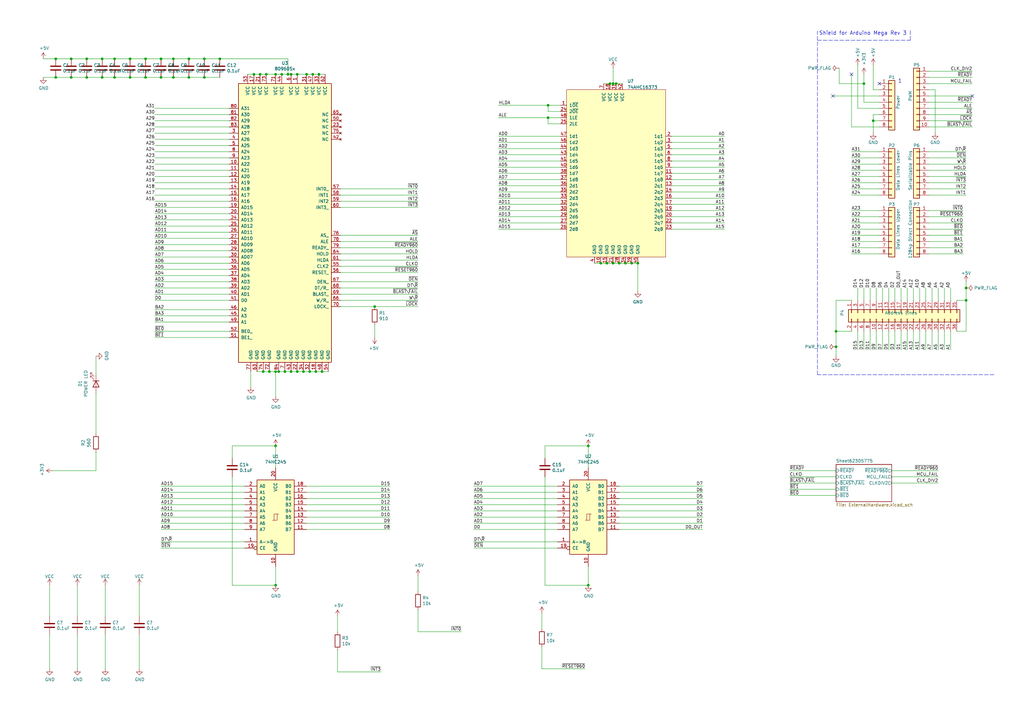
<source format=kicad_sch>
(kicad_sch (version 20211123) (generator eeschema)
  (paper "A3")
  (title_block (title "i960Sx Mega Shield Without direct connection to a mega") (date "2021-10-20") (rev "2") (company "Joshua Scoggins") (comment 1 "No Serialization Hardware") (comment 2 "Synchronization Hardware included"))
  (junction (at 259.08 107.95))
  (junction (at 127 152.4))
  (junction (at 109.22 30.48))
  (junction (at 53.34 31.75))
  (junction (at 66.04 31.75))
  (junction (at 41.91 24.13))
  (junction (at 121.92 152.4))
  (junction (at 46.99 31.75))
  (junction (at 116.84 152.4))
  (junction (at 77.47 31.75))
  (junction (at 252.73 34.29))
  (junction (at 241.3 182.88))
  (junction (at 396.24 118.11))
  (junction (at 125.73 30.48))
  (junction (at 71.12 24.13))
  (junction (at 241.3 240.03))
  (junction (at 254 107.95))
  (junction (at 250.19 34.29))
  (junction (at 130.81 30.48))
  (junction (at 113.03 240.03))
  (junction (at 224.79 48.26))
  (junction (at 35.56 31.75))
  (junction (at 248.92 107.95))
  (junction (at 118.11 30.48))
  (junction (at 224.79 43.18))
  (junction (at 119.38 152.4))
  (junction (at 354.33 34.29))
  (junction (at 342.9 142.24))
  (junction (at 110.49 152.4))
  (junction (at 106.68 30.48))
  (junction (at 113.03 152.4))
  (junction (at 107.95 152.4))
  (junction (at 342.9 135.89))
  (junction (at 53.34 24.13))
  (junction (at 128.27 30.48))
  (junction (at 71.12 31.75))
  (junction (at 59.69 24.13))
  (junction (at 22.86 31.75))
  (junction (at 113.03 182.88))
  (junction (at 41.91 31.75))
  (junction (at 124.46 152.4))
  (junction (at 119.38 30.48))
  (junction (at 113.03 30.48))
  (junction (at 104.14 30.48))
  (junction (at 256.54 107.95))
  (junction (at 66.04 24.13))
  (junction (at 90.17 24.13))
  (junction (at 121.92 30.48))
  (junction (at 22.86 24.13))
  (junction (at 132.08 152.4))
  (junction (at 46.99 24.13))
  (junction (at 115.57 30.48))
  (junction (at 129.54 152.4))
  (junction (at 35.56 24.13))
  (junction (at 153.67 125.73))
  (junction (at 59.69 31.75))
  (junction (at 83.82 24.13))
  (junction (at 251.46 34.29))
  (junction (at 29.21 31.75))
  (junction (at 114.3 152.4))
  (junction (at 358.14 49.53))
  (junction (at 83.82 31.75))
  (junction (at 77.47 24.13))
  (junction (at 261.62 107.95))
  (junction (at 246.38 107.95))
  (junction (at 29.21 24.13))
  (junction (at 251.46 107.95))
  (junction (at 396.24 123.19))
  (no_connect (at 349.25 30.48))
  (no_connect (at 398.78 39.37))
  (no_connect (at 341.63 39.37))
  (no_connect (at 360.68 34.29))
  (wire (pts (xy 381 46.99) (xy 398.78 46.99)))
  (wire (pts (xy 360.68 69.85) (xy 349.25 69.85)))
  (wire (pts (xy 381 74.93) (xy 396.24 74.93)))
  (wire (pts (xy 358.14 26.67) (xy 358.14 36.83)))
  (wire (pts (xy 381 44.45) (xy 398.78 44.45)))
  (wire (pts (xy 228.6 207.01) (xy 194.31 207.01)))
  (wire (pts (xy 100.33 199.39) (xy 66.04 199.39)))
  (wire (pts (xy 381 72.39) (xy 396.24 72.39)))
  (wire (pts (xy 63.5 67.31) (xy 93.98 67.31)))
  (wire (pts (xy 367.03 123.19) (xy 367.03 118.11)))
  (wire (pts (xy 228.6 222.25) (xy 194.31 222.25)))
  (wire (pts (xy 59.69 31.75) (xy 53.34 31.75)))
  (wire (pts (xy 63.5 132.08) (xy 93.98 132.08)))
  (wire (pts (xy 381 34.29) (xy 398.78 34.29)))
  (wire (pts (xy 107.95 152.4) (xy 110.49 152.4)))
  (wire (pts (xy 349.25 77.47) (xy 360.68 77.47)))
  (wire (pts (xy 204.47 73.66) (xy 229.87 73.66)))
  (wire (pts (xy 389.89 135.89) (xy 389.89 143.51)))
  (wire (pts (xy 93.98 69.85) (xy 63.5 69.85)))
  (wire (pts (xy 29.21 31.75) (xy 22.86 31.75)))
  (wire (pts (xy 93.98 80.01) (xy 63.5 80.01)))
  (wire (pts (xy 381 39.37) (xy 398.78 39.37)))
  (wire (pts (xy 360.68 88.9) (xy 349.25 88.9)))
  (polyline (pts (xy 373.38 16.51) (xy 373.38 12.065)))
  (wire (pts (xy 171.45 242.57) (xy 171.45 236.22)))
  (wire (pts (xy 63.5 118.11) (xy 93.98 118.11)))
  (wire (pts (xy 387.35 135.89) (xy 387.35 143.51)))
  (wire (pts (xy 139.7 99.06) (xy 171.45 99.06)))
  (wire (pts (xy 275.59 66.04) (xy 297.18 66.04)))
  (wire (pts (xy 275.59 91.44) (xy 297.18 91.44)))
  (wire (pts (xy 121.92 30.48) (xy 125.73 30.48)))
  (wire (pts (xy 396.24 115.57) (xy 396.24 118.11)))
  (wire (pts (xy 43.18 252.73) (xy 43.18 240.03)))
  (wire (pts (xy 360.68 93.98) (xy 349.25 93.98)))
  (wire (pts (xy 63.5 107.95) (xy 93.98 107.95)))
  (wire (pts (xy 275.59 73.66) (xy 297.18 73.66)))
  (wire (pts (xy 204.47 60.96) (xy 229.87 60.96)))
  (wire (pts (xy 77.47 24.13) (xy 71.12 24.13)))
  (wire (pts (xy 132.08 152.4) (xy 134.62 152.4)))
  (wire (pts (xy 381 99.06) (xy 394.97 99.06)))
  (wire (pts (xy 381 101.6) (xy 394.97 101.6)))
  (wire (pts (xy 354.33 41.91) (xy 360.68 41.91)))
  (wire (pts (xy 138.43 266.7) (xy 138.43 275.59)))
  (wire (pts (xy 160.02 217.17) (xy 125.73 217.17)))
  (wire (pts (xy 383.54 36.83) (xy 381 36.83)))
  (wire (pts (xy 35.56 24.13) (xy 41.91 24.13)))
  (wire (pts (xy 251.46 107.95) (xy 254 107.95)))
  (wire (pts (xy 118.11 24.13) (xy 90.17 24.13)))
  (wire (pts (xy 369.57 135.89) (xy 369.57 143.51)))
  (wire (pts (xy 374.65 123.19) (xy 374.65 118.11)))
  (wire (pts (xy 381 69.85) (xy 396.24 69.85)))
  (wire (pts (xy 349.25 67.31) (xy 360.68 67.31)))
  (wire (pts (xy 275.59 71.12) (xy 297.18 71.12)))
  (wire (pts (xy 93.98 59.69) (xy 63.5 59.69)))
  (wire (pts (xy 381 67.31) (xy 396.24 67.31)))
  (wire (pts (xy 116.84 152.4) (xy 119.38 152.4)))
  (wire (pts (xy 204.47 93.98) (xy 229.87 93.98)))
  (wire (pts (xy 139.7 85.09) (xy 171.45 85.09)))
  (wire (pts (xy 365.76 198.12) (xy 384.81 198.12)))
  (wire (pts (xy 160.02 199.39) (xy 125.73 199.39)))
  (wire (pts (xy 246.38 107.95) (xy 248.92 107.95)))
  (wire (pts (xy 275.59 83.82) (xy 297.18 83.82)))
  (wire (pts (xy 360.68 74.93) (xy 349.25 74.93)))
  (polyline (pts (xy 335.28 153.67) (xy 335.28 12.7)))
  (wire (pts (xy 251.46 34.29) (xy 252.73 34.29)))
  (wire (pts (xy 358.14 46.99) (xy 358.14 49.53)))
  (wire (pts (xy 63.5 77.47) (xy 93.98 77.47)))
  (wire (pts (xy 367.03 135.89) (xy 367.03 143.51)))
  (wire (pts (xy 41.91 31.75) (xy 35.56 31.75)))
  (wire (pts (xy 95.25 240.03) (xy 113.03 240.03)))
  (wire (pts (xy 342.9 203.2) (xy 323.85 203.2)))
  (wire (pts (xy 93.98 85.09) (xy 63.5 85.09)))
  (wire (pts (xy 29.21 24.13) (xy 35.56 24.13)))
  (wire (pts (xy 139.7 80.01) (xy 171.45 80.01)))
  (wire (pts (xy 381 104.14) (xy 394.97 104.14)))
  (wire (pts (xy 224.79 45.72) (xy 224.79 43.18)))
  (wire (pts (xy 22.86 24.13) (xy 29.21 24.13)))
  (wire (pts (xy 342.9 142.24) (xy 342.9 146.05)))
  (wire (pts (xy 83.82 31.75) (xy 77.47 31.75)))
  (wire (pts (xy 160.02 212.09) (xy 125.73 212.09)))
  (wire (pts (xy 360.68 99.06) (xy 349.25 99.06)))
  (wire (pts (xy 381 86.36) (xy 394.97 86.36)))
  (wire (pts (xy 360.68 46.99) (xy 358.14 46.99)))
  (wire (pts (xy 354.33 123.19) (xy 354.33 118.11)))
  (wire (pts (xy 384.81 195.58) (xy 365.76 195.58)))
  (wire (pts (xy 63.5 87.63) (xy 93.98 87.63)))
  (wire (pts (xy 95.25 182.88) (xy 95.25 187.96)))
  (wire (pts (xy 77.47 31.75) (xy 71.12 31.75)))
  (wire (pts (xy 63.5 102.87) (xy 93.98 102.87)))
  (wire (pts (xy 63.5 57.15) (xy 93.98 57.15)))
  (wire (pts (xy 139.7 111.76) (xy 171.45 111.76)))
  (wire (pts (xy 138.43 259.08) (xy 138.43 252.73)))
  (wire (pts (xy 360.68 64.77) (xy 349.25 64.77)))
  (wire (pts (xy 349.25 62.23) (xy 360.68 62.23)))
  (wire (pts (xy 381 29.21) (xy 398.78 29.21)))
  (wire (pts (xy 127 152.4) (xy 129.54 152.4)))
  (wire (pts (xy 93.98 120.65) (xy 63.5 120.65)))
  (wire (pts (xy 93.98 110.49) (xy 63.5 110.49)))
  (wire (pts (xy 381 31.75) (xy 398.78 31.75)))
  (wire (pts (xy 275.59 76.2) (xy 297.18 76.2)))
  (wire (pts (xy 382.27 123.19) (xy 382.27 118.11)))
  (wire (pts (xy 204.47 83.82) (xy 229.87 83.82)))
  (wire (pts (xy 90.17 31.75) (xy 83.82 31.75)))
  (wire (pts (xy 384.81 123.19) (xy 384.81 118.11)))
  (wire (pts (xy 93.98 49.53) (xy 63.5 49.53)))
  (wire (pts (xy 113.03 30.48) (xy 115.57 30.48)))
  (wire (pts (xy 63.5 62.23) (xy 93.98 62.23)))
  (wire (pts (xy 381 91.44) (xy 394.97 91.44)))
  (wire (pts (xy 288.29 212.09) (xy 254 212.09)))
  (wire (pts (xy 139.7 120.65) (xy 171.45 120.65)))
  (wire (pts (xy 139.7 115.57) (xy 171.45 115.57)))
  (wire (pts (xy 124.46 152.4) (xy 127 152.4)))
  (wire (pts (xy 241.3 182.88) (xy 223.52 182.88)))
  (wire (pts (xy 261.62 107.95) (xy 261.62 119.38)))
  (wire (pts (xy 275.59 81.28) (xy 297.18 81.28)))
  (wire (pts (xy 288.29 207.01) (xy 254 207.01)))
  (wire (pts (xy 71.12 31.75) (xy 66.04 31.75)))
  (wire (pts (xy 204.47 91.44) (xy 229.87 91.44)))
  (wire (pts (xy 138.43 275.59) (xy 156.21 275.59)))
  (wire (pts (xy 63.5 52.07) (xy 93.98 52.07)))
  (wire (pts (xy 129.54 152.4) (xy 132.08 152.4)))
  (wire (pts (xy 139.7 101.6) (xy 171.45 101.6)))
  (wire (pts (xy 351.79 135.89) (xy 351.79 143.51)))
  (wire (pts (xy 204.47 43.18) (xy 224.79 43.18)))
  (wire (pts (xy 160.02 214.63) (xy 125.73 214.63)))
  (wire (pts (xy 139.7 104.14) (xy 171.45 104.14)))
  (wire (pts (xy 93.98 105.41) (xy 63.5 105.41)))
  (wire (pts (xy 153.67 125.73) (xy 171.45 125.73)))
  (wire (pts (xy 241.3 240.03) (xy 241.3 232.41)))
  (wire (pts (xy 53.34 31.75) (xy 46.99 31.75)))
  (wire (pts (xy 160.02 204.47) (xy 125.73 204.47)))
  (wire (pts (xy 349.25 52.07) (xy 349.25 30.48)))
  (wire (pts (xy 100.33 201.93) (xy 66.04 201.93)))
  (wire (pts (xy 102.87 152.4) (xy 102.87 158.75)))
  (wire (pts (xy 160.02 209.55) (xy 125.73 209.55)))
  (wire (pts (xy 113.03 152.4) (xy 114.3 152.4)))
  (wire (pts (xy 63.5 129.54) (xy 93.98 129.54)))
  (wire (pts (xy 381 62.23) (xy 396.24 62.23)))
  (wire (pts (xy 100.33 204.47) (xy 66.04 204.47)))
  (wire (pts (xy 381 49.53) (xy 398.78 49.53)))
  (wire (pts (xy 288.29 199.39) (xy 254 199.39)))
  (wire (pts (xy 63.5 127) (xy 93.98 127)))
  (wire (pts (xy 63.5 113.03) (xy 93.98 113.03)))
  (wire (pts (xy 100.33 222.25) (xy 66.04 222.25)))
  (wire (pts (xy 251.46 34.29) (xy 251.46 27.94)))
  (wire (pts (xy 275.59 86.36) (xy 297.18 86.36)))
  (wire (pts (xy 139.7 96.52) (xy 171.45 96.52)))
  (wire (pts (xy 248.92 107.95) (xy 251.46 107.95)))
  (wire (pts (xy 119.38 30.48) (xy 121.92 30.48)))
  (wire (pts (xy 139.7 123.19) (xy 171.45 123.19)))
  (wire (pts (xy 95.25 195.58) (xy 95.25 240.03)))
  (wire (pts (xy 204.47 48.26) (xy 224.79 48.26)))
  (wire (pts (xy 344.17 34.29) (xy 354.33 34.29)))
  (wire (pts (xy 204.47 88.9) (xy 229.87 88.9)))
  (wire (pts (xy 204.47 66.04) (xy 229.87 66.04)))
  (wire (pts (xy 349.25 96.52) (xy 360.68 96.52)))
  (wire (pts (xy 106.68 30.48) (xy 109.22 30.48)))
  (wire (pts (xy 364.49 135.89) (xy 364.49 143.51)))
  (wire (pts (xy 160.02 201.93) (xy 125.73 201.93)))
  (wire (pts (xy 377.19 135.89) (xy 377.19 143.51)))
  (wire (pts (xy 349.25 123.19) (xy 342.9 123.19)))
  (wire (pts (xy 46.99 24.13) (xy 53.34 24.13)))
  (wire (pts (xy 100.33 212.09) (xy 66.04 212.09)))
  (wire (pts (xy 204.47 58.42) (xy 229.87 58.42)))
  (wire (pts (xy 351.79 26.67) (xy 351.79 44.45)))
  (wire (pts (xy 160.02 207.01) (xy 125.73 207.01)))
  (wire (pts (xy 115.57 30.48) (xy 118.11 30.48)))
  (wire (pts (xy 228.6 209.55) (xy 194.31 209.55)))
  (wire (pts (xy 204.47 55.88) (xy 229.87 55.88)))
  (wire (pts (xy 341.63 39.37) (xy 360.68 39.37)))
  (wire (pts (xy 389.89 123.19) (xy 389.89 118.11)))
  (wire (pts (xy 342.9 135.89) (xy 342.9 142.24)))
  (wire (pts (xy 381 88.9) (xy 394.97 88.9)))
  (wire (pts (xy 57.15 260.35) (xy 57.15 274.32)))
  (wire (pts (xy 100.33 207.01) (xy 66.04 207.01)))
  (wire (pts (xy 259.08 107.95) (xy 261.62 107.95)))
  (wire (pts (xy 288.29 217.17) (xy 254 217.17)))
  (wire (pts (xy 349.25 101.6) (xy 360.68 101.6)))
  (wire (pts (xy 396.24 118.11) (xy 396.24 123.19)))
  (wire (pts (xy 288.29 209.55) (xy 254 209.55)))
  (wire (pts (xy 275.59 55.88) (xy 297.18 55.88)))
  (wire (pts (xy 243.84 107.95) (xy 246.38 107.95)))
  (wire (pts (xy 63.5 92.71) (xy 93.98 92.71)))
  (wire (pts (xy 125.73 30.48) (xy 128.27 30.48)))
  (wire (pts (xy 100.33 209.55) (xy 66.04 209.55)))
  (wire (pts (xy 360.68 36.83) (xy 358.14 36.83)))
  (wire (pts (xy 83.82 24.13) (xy 77.47 24.13)))
  (wire (pts (xy 360.68 52.07) (xy 349.25 52.07)))
  (wire (pts (xy 17.78 24.13) (xy 22.86 24.13)))
  (wire (pts (xy 222.25 265.43) (xy 222.25 274.32)))
  (wire (pts (xy 275.59 58.42) (xy 297.18 58.42)))
  (wire (pts (xy 93.98 115.57) (xy 63.5 115.57)))
  (wire (pts (xy 46.99 31.75) (xy 41.91 31.75)))
  (wire (pts (xy 90.17 24.13) (xy 83.82 24.13)))
  (wire (pts (xy 228.6 214.63) (xy 194.31 214.63)))
  (wire (pts (xy 372.11 135.89) (xy 372.11 143.51)))
  (wire (pts (xy 171.45 250.19) (xy 171.45 259.08)))
  (wire (pts (xy 381 41.91) (xy 398.78 41.91)))
  (wire (pts (xy 100.33 217.17) (xy 66.04 217.17)))
  (wire (pts (xy 275.59 68.58) (xy 297.18 68.58)))
  (wire (pts (xy 342.9 198.12) (xy 323.85 198.12)))
  (wire (pts (xy 359.41 123.19) (xy 359.41 118.11)))
  (wire (pts (xy 379.73 123.19) (xy 379.73 118.11)))
  (wire (pts (xy 93.98 95.25) (xy 63.5 95.25)))
  (wire (pts (xy 93.98 54.61) (xy 63.5 54.61)))
  (wire (pts (xy 31.75 260.35) (xy 31.75 274.32)))
  (wire (pts (xy 222.25 257.81) (xy 222.25 251.46)))
  (wire (pts (xy 101.6 30.48) (xy 104.14 30.48)))
  (wire (pts (xy 113.03 152.4) (xy 113.03 162.56)))
  (wire (pts (xy 360.68 49.53) (xy 358.14 49.53)))
  (wire (pts (xy 114.3 152.4) (xy 116.84 152.4)))
  (wire (pts (xy 171.45 259.08) (xy 189.23 259.08)))
  (wire (pts (xy 113.03 191.77) (xy 113.03 182.88)))
  (wire (pts (xy 204.47 81.28) (xy 229.87 81.28)))
  (wire (pts (xy 204.47 78.74) (xy 229.87 78.74)))
  (wire (pts (xy 349.25 72.39) (xy 360.68 72.39)))
  (wire (pts (xy 228.6 204.47) (xy 194.31 204.47)))
  (wire (pts (xy 275.59 88.9) (xy 297.18 88.9)))
  (wire (pts (xy 288.29 201.93) (xy 254 201.93)))
  (wire (pts (xy 139.7 77.47) (xy 171.45 77.47)))
  (wire (pts (xy 204.47 68.58) (xy 229.87 68.58)))
  (wire (pts (xy 354.33 30.48) (xy 354.33 34.29)))
  (wire (pts (xy 349.25 86.36) (xy 360.68 86.36)))
  (wire (pts (xy 342.9 200.66) (xy 323.85 200.66)))
  (wire (pts (xy 93.98 44.45) (xy 63.5 44.45)))
  (wire (pts (xy 379.73 135.89) (xy 379.73 143.51)))
  (wire (pts (xy 100.33 224.79) (xy 66.04 224.79)))
  (wire (pts (xy 229.87 45.72) (xy 224.79 45.72)))
  (wire (pts (xy 247.65 34.29) (xy 250.19 34.29)))
  (wire (pts (xy 228.6 199.39) (xy 194.31 199.39)))
  (wire (pts (xy 349.25 91.44) (xy 360.68 91.44)))
  (wire (pts (xy 344.17 27.94) (xy 344.17 34.29)))
  (wire (pts (xy 351.79 123.19) (xy 351.79 118.11)))
  (wire (pts (xy 31.75 252.73) (xy 31.75 240.03)))
  (wire (pts (xy 381 80.01) (xy 396.24 80.01)))
  (wire (pts (xy 20.32 260.35) (xy 20.32 274.32)))
  (wire (pts (xy 228.6 224.79) (xy 194.31 224.79)))
  (wire (pts (xy 222.25 274.32) (xy 240.03 274.32)))
  (wire (pts (xy 63.5 123.19) (xy 93.98 123.19)))
  (wire (pts (xy 372.11 123.19) (xy 372.11 118.11)))
  (wire (pts (xy 63.5 72.39) (xy 93.98 72.39)))
  (wire (pts (xy 275.59 60.96) (xy 297.18 60.96)))
  (wire (pts (xy 361.95 123.19) (xy 361.95 118.11)))
  (wire (pts (xy 228.6 201.93) (xy 194.31 201.93)))
  (wire (pts (xy 53.34 24.13) (xy 59.69 24.13)))
  (wire (pts (xy 66.04 31.75) (xy 59.69 31.75)))
  (wire (pts (xy 39.37 185.42) (xy 39.37 193.04)))
  (wire (pts (xy 342.9 123.19) (xy 342.9 135.89)))
  (wire (pts (xy 382.27 135.89) (xy 382.27 143.51)))
  (wire (pts (xy 275.59 63.5) (xy 297.18 63.5)))
  (wire (pts (xy 105.41 152.4) (xy 107.95 152.4)))
  (wire (pts (xy 359.41 135.89) (xy 359.41 143.51)))
  (wire (pts (xy 100.33 214.63) (xy 66.04 214.63)))
  (wire (pts (xy 323.85 193.04) (xy 342.9 193.04)))
  (wire (pts (xy 66.04 24.13) (xy 71.12 24.13)))
  (wire (pts (xy 113.03 182.88) (xy 95.25 182.88)))
  (wire (pts (xy 356.87 123.19) (xy 356.87 118.11)))
  (wire (pts (xy 20.32 252.73) (xy 20.32 240.03)))
  (wire (pts (xy 113.03 240.03) (xy 113.03 232.41)))
  (wire (pts (xy 224.79 43.18) (xy 229.87 43.18)))
  (wire (pts (xy 342.9 195.58) (xy 323.85 195.58)))
  (wire (pts (xy 396.24 123.19) (xy 392.43 123.19)))
  (wire (pts (xy 22.86 31.75) (xy 17.78 31.75)))
  (wire (pts (xy 288.29 214.63) (xy 254 214.63)))
  (wire (pts (xy 204.47 71.12) (xy 229.87 71.12)))
  (wire (pts (xy 224.79 48.26) (xy 229.87 48.26)))
  (wire (pts (xy 254 107.95) (xy 256.54 107.95)))
  (wire (pts (xy 63.5 46.99) (xy 93.98 46.99)))
  (wire (pts (xy 381 96.52) (xy 394.97 96.52)))
  (wire (pts (xy 39.37 177.8) (xy 39.37 161.29)))
  (wire (pts (xy 223.52 240.03) (xy 241.3 240.03)))
  (wire (pts (xy 256.54 107.95) (xy 259.08 107.95)))
  (wire (pts (xy 139.7 106.68) (xy 171.45 106.68)))
  (wire (pts (xy 354.33 34.29) (xy 354.33 41.91)))
  (wire (pts (xy 384.81 193.04) (xy 365.76 193.04)))
  (wire (pts (xy 57.15 252.73) (xy 57.15 240.03)))
  (wire (pts (xy 396.24 123.19) (xy 396.24 135.89)))
  (wire (pts (xy 369.57 123.19) (xy 369.57 118.11)))
  (wire (pts (xy 63.5 82.55) (xy 93.98 82.55)))
  (wire (pts (xy 139.7 118.11) (xy 171.45 118.11)))
  (wire (pts (xy 252.73 34.29) (xy 255.27 34.29)))
  (wire (pts (xy 153.67 133.35) (xy 153.67 138.43)))
  (wire (pts (xy 39.37 193.04) (xy 21.59 193.04)))
  (wire (pts (xy 118.11 30.48) (xy 119.38 30.48)))
  (wire (pts (xy 275.59 78.74) (xy 297.18 78.74)))
  (wire (pts (xy 387.35 123.19) (xy 387.35 118.11)))
  (wire (pts (xy 139.7 109.22) (xy 171.45 109.22)))
  (wire (pts (xy 381 52.07) (xy 398.78 52.07)))
  (wire (pts (xy 41.91 24.13) (xy 46.99 24.13)))
  (wire (pts (xy 250.19 34.29) (xy 251.46 34.29)))
  (wire (pts (xy 39.37 153.67) (xy 39.37 146.05)))
  (wire (pts (xy 358.14 49.53) (xy 358.14 54.61)))
  (polyline (pts (xy 407.67 153.67) (xy 335.28 153.67)))
  (wire (pts (xy 63.5 138.43) (xy 93.98 138.43)))
  (wire (pts (xy 128.27 30.48) (xy 130.81 30.48)))
  (wire (pts (xy 377.19 123.19) (xy 377.19 118.11)))
  (wire (pts (xy 351.79 44.45) (xy 360.68 44.45)))
  (wire (pts (xy 93.98 100.33) (xy 63.5 100.33)))
  (wire (pts (xy 349.25 135.89) (xy 342.9 135.89)))
  (wire (pts (xy 139.7 82.55) (xy 171.45 82.55)))
  (wire (pts (xy 288.29 204.47) (xy 254 204.47)))
  (wire (pts (xy 119.38 152.4) (xy 121.92 152.4)))
  (wire (pts (xy 383.54 54.61) (xy 383.54 36.83)))
  (wire (pts (xy 275.59 93.98) (xy 297.18 93.98)))
  (wire (pts (xy 374.65 135.89) (xy 374.65 143.51)))
  (wire (pts (xy 381 64.77) (xy 396.24 64.77)))
  (wire (pts (xy 139.7 125.73) (xy 153.67 125.73)))
  (polyline (pts (xy 335.28 16.51) (xy 373.38 16.51)))
  (wire (pts (xy 381 93.98) (xy 394.97 93.98)))
  (wire (pts (xy 223.52 182.88) (xy 223.52 187.96)))
  (wire (pts (xy 354.33 135.89) (xy 354.33 143.51)))
  (wire (pts (xy 59.69 24.13) (xy 66.04 24.13)))
  (wire (pts (xy 356.87 135.89) (xy 356.87 143.51)))
  (wire (pts (xy 364.49 123.19) (xy 364.49 118.11)))
  (wire (pts (xy 118.11 30.48) (xy 118.11 24.13)))
  (wire (pts (xy 43.18 260.35) (xy 43.18 274.32)))
  (wire (pts (xy 224.79 48.26) (xy 224.79 50.8)))
  (wire (pts (xy 224.79 50.8) (xy 229.87 50.8)))
  (wire (pts (xy 396.24 135.89) (xy 392.43 135.89)))
  (wire (pts (xy 93.98 64.77) (xy 63.5 64.77)))
  (wire (pts (xy 360.68 80.01) (xy 349.25 80.01)))
  (wire (pts (xy 121.92 152.4) (xy 124.46 152.4)))
  (wire (pts (xy 133.35 30.48) (xy 130.81 30.48)))
  (wire (pts (xy 241.3 191.77) (xy 241.3 182.88)))
  (wire (pts (xy 223.52 195.58) (xy 223.52 240.03)))
  (wire (pts (xy 384.81 135.89) (xy 384.81 143.51)))
  (wire (pts (xy 109.22 30.48) (xy 113.03 30.48)))
  (wire (pts (xy 204.47 86.36) (xy 229.87 86.36)))
  (wire (pts (xy 361.95 135.89) (xy 361.95 143.51)))
  (wire (pts (xy 35.56 31.75) (xy 29.21 31.75)))
  (wire (pts (xy 360.68 104.14) (xy 349.25 104.14)))
  (wire (pts (xy 104.14 30.48) (xy 106.68 30.48)))
  (wire (pts (xy 63.5 135.89) (xy 93.98 135.89)))
  (wire (pts (xy 93.98 90.17) (xy 63.5 90.17)))
  (wire (pts (xy 204.47 76.2) (xy 229.87 76.2)))
  (wire (pts (xy 228.6 212.09) (xy 194.31 212.09)))
  (wire (pts (xy 228.6 217.17) (xy 194.31 217.17)))
  (wire (pts (xy 204.47 63.5) (xy 229.87 63.5)))
  (wire (pts (xy 381 77.47) (xy 396.24 77.47)))
  (wire (pts (xy 93.98 74.93) (xy 63.5 74.93)))
  (wire (pts (xy 63.5 97.79) (xy 93.98 97.79)))
  (wire (pts (xy 110.49 152.4) (xy 113.03 152.4)))
  (text "Shield for Arduino Mega Rev 3" (at 335.915 14.605 0) (effects (font (size 1.524 1.524)) (justify left bottom)))
  (text "1" (at 368.3 34.29 0) (effects (font (size 1.524 1.524)) (justify left bottom)))
  (label "A22" (at 63.5 67.31 180))
  (label "AD14" (at 204.47 91.44 0))
  (label "A9" (at 297.18 78.74 180))
  (label "~{DEN}" (at 171.45 115.57 180))
  (label "A30" (at 349.25 64.77 0))
  (label "AD4" (at 63.5 113.03 0))
  (label "D6" (at 288.29 201.93 180))
  (label "A28" (at 63.5 52.07 180))
  (label "A31" (at 63.5 44.45 180))
  (label "~{BLAST}\\~{FAIL}" (at 398.78 52.07 180))
  (label "A6" (at 297.18 71.12 180))
  (label "~{INT3}" (at 171.45 85.09 180))
  (label "AD6" (at 204.47 71.12 0))
  (label "A21" (at 349.25 91.44 0))
  (label "BA2" (at 63.5 127 0))
  (label "D4" (at 364.49 118.11 90))
  (label "A30" (at 63.5 46.99 180))
  (label "ALE" (at 171.45 99.06 180))
  (label "~{INT3}" (at 396.24 74.93 180))
  (label "A5" (at 297.18 68.58 180))
  (label "D12" (at 160.02 207.01 180))
  (label "AD13" (at 63.5 90.17 0))
  (label "D13" (at 160.02 204.47 180))
  (label "A17" (at 63.5 80.01 180))
  (label "HLDA" (at 396.24 72.39 180))
  (label "A11" (at 297.18 83.82 180))
  (label "D8" (at 160.02 217.17 180))
  (label "A15" (at 297.18 93.98 180))
  (label "DT\\~{R}" (at 171.45 118.11 180))
  (label "A10" (at 377.19 118.11 90))
  (label "~{LOCK}" (at 398.78 49.53 180))
  (label "A23" (at 349.25 86.36 0))
  (label "~{RESET960}" (at 240.03 274.32 180))
  (label "D9" (at 359.41 143.51 90))
  (label "~{RESET960}" (at 394.97 88.9 180))
  (label "D0" (at 194.31 217.17 0))
  (label "~{READY960}" (at 384.81 193.04 180))
  (label "A13" (at 374.65 143.51 90))
  (label "AD11" (at 63.5 95.25 0))
  (label "AD13" (at 66.04 204.47 0))
  (label "HLDA" (at 171.45 106.68 180))
  (label "~{INT0}" (at 189.23 259.08 180))
  (label "A0" (at 389.89 118.11 90))
  (label "D8" (at 359.41 118.11 90))
  (label "CLKO" (at 394.97 91.44 180))
  (label "AD3" (at 194.31 209.55 0))
  (label "A12" (at 297.18 86.36 180))
  (label "INT2" (at 171.45 82.55 180))
  (label "A3" (at 387.35 143.51 90))
  (label "A28" (at 349.25 69.85 0))
  (label "CLKO" (at 171.45 109.22 180))
  (label "D4" (at 288.29 207.01 180))
  (label "~{BE0}" (at 63.5 135.89 0))
  (label "CLKO" (at 323.85 195.58 0))
  (label "AD12" (at 63.5 92.71 0))
  (label "AD2" (at 204.47 60.96 0))
  (label "A25" (at 349.25 77.47 0))
  (label "A20" (at 63.5 72.39 180))
  (label "A10" (at 297.18 81.28 180))
  (label "AD3" (at 63.5 115.57 0))
  (label "A14" (at 297.18 91.44 180))
  (label "A7" (at 382.27 143.51 90))
  (label "A25" (at 63.5 59.69 180))
  (label "AD4" (at 194.31 207.01 0))
  (label "A17" (at 349.25 101.6 0))
  (label "AD5" (at 63.5 110.49 0))
  (label "BA3" (at 63.5 129.54 0))
  (label "~{READY}" (at 323.85 193.04 0))
  (label "D11" (at 356.87 143.51 90))
  (label "~{BE1}" (at 394.97 96.52 180))
  (label "A6" (at 382.27 118.11 90))
  (label "AD14" (at 63.5 87.63 0))
  (label "AD15" (at 66.04 199.39 0))
  (label "D3" (at 288.29 209.55 180))
  (label "D5" (at 364.49 143.51 90))
  (label "AD7" (at 204.47 73.66 0))
  (label "A23" (at 63.5 64.77 180))
  (label "D9" (at 160.02 214.63 180))
  (label "D10" (at 160.02 212.09 180))
  (label "BA3" (at 394.97 104.14 180))
  (label "A20" (at 349.25 93.98 0))
  (label "~{AS}" (at 398.78 46.99 180))
  (label "D14" (at 351.79 118.11 90))
  (label "D0_OUT" (at 288.29 217.17 180))
  (label "AD8" (at 204.47 76.2 0))
  (label "D13" (at 354.33 143.51 90))
  (label "D12" (at 354.33 118.11 90))
  (label "AD10" (at 66.04 212.09 0))
  (label "A18" (at 63.5 77.47 180))
  (label "~{BE0}" (at 323.85 203.2 0))
  (label "~{DEN}" (at 194.31 224.79 0))
  (label "AD10" (at 63.5 97.79 0))
  (label "A14" (at 372.11 118.11 90))
  (label "AD6" (at 194.31 201.93 0))
  (label "INT1" (at 396.24 80.01 180))
  (label "~{BE1}" (at 323.85 200.66 0))
  (label "AD5" (at 194.31 204.47 0))
  (label "D14" (at 160.02 201.93 180))
  (label "AD7" (at 194.31 199.39 0))
  (label "AD13" (at 204.47 88.9 0))
  (label "AD12" (at 204.47 86.36 0))
  (label "D6" (at 361.95 118.11 90))
  (label "D3" (at 367.03 143.51 90))
  (label "D11" (at 160.02 209.55 180))
  (label "INT2" (at 396.24 77.47 180))
  (label "A1" (at 389.89 143.51 90))
  (label "A13" (at 297.18 88.9 180))
  (label "MCU_FAIL" (at 384.81 195.58 180))
  (label "A1" (at 297.18 58.42 180))
  (label "~{DEN}" (at 66.04 224.79 0))
  (label "AD1" (at 194.31 214.63 0))
  (label "A26" (at 349.25 74.93 0))
  (label "~{BLAST}\\~{FAIL}" (at 323.85 198.12 0))
  (label "A19" (at 349.25 96.52 0))
  (label "MCU_FAIL" (at 398.78 34.29 180))
  (label "D7" (at 361.95 143.51 90))
  (label "A27" (at 349.25 72.39 0))
  (label "A29" (at 63.5 49.53 180))
  (label "~{RESET960}" (at 171.45 111.76 180))
  (label "A18" (at 349.25 99.06 0))
  (label "AD4" (at 204.47 66.04 0))
  (label "A31" (at 349.25 62.23 0))
  (label "AD2" (at 63.5 118.11 0))
  (label "D7" (at 288.29 199.39 180))
  (label "BA2" (at 394.97 101.6 180))
  (label "A8" (at 297.18 76.2 180))
  (label "DT\\~{R}" (at 66.04 222.25 0))
  (label "~{INT0}" (at 171.45 77.47 180))
  (label "CLK_DIV2" (at 384.81 198.12 180))
  (label "D5" (at 288.29 204.47 180))
  (label "AD5" (at 204.47 68.58 0))
  (label "A4" (at 297.18 66.04 180))
  (label "AD2" (at 194.31 212.09 0))
  (label "INT1" (at 171.45 80.01 180))
  (label "A0" (at 297.18 55.88 180))
  (label "D1" (at 369.57 143.51 90))
  (label "AD1" (at 63.5 120.65 0))
  (label "~{READY}" (at 398.78 41.91 180))
  (label "~{INT3}" (at 156.21 275.59 180))
  (label "AD6" (at 63.5 107.95 0))
  (label "A19" (at 63.5 74.93 180))
  (label "~{READY}" (at 398.78 31.75 180))
  (label "HLDA" (at 204.47 43.18 0))
  (label "D0" (at 63.5 123.19 0))
  (label "A2" (at 387.35 118.11 90))
  (label "AD15" (at 204.47 93.98 0))
  (label "AD14" (at 66.04 201.93 0))
  (label "HOLD" (at 396.24 69.85 180))
  (label "AD3" (at 204.47 63.5 0))
  (label "BA1" (at 394.97 99.06 180))
  (label "~{INT0}" (at 394.97 86.36 180))
  (label "A16" (at 349.25 104.14 0))
  (label "BA1" (at 63.5 132.08 0))
  (label "~{BE0}" (at 394.97 93.98 180))
  (label "AD9" (at 204.47 78.74 0))
  (label "A8" (at 379.73 118.11 90))
  (label "D2" (at 288.29 212.09 180))
  (label "D1" (at 288.29 214.63 180))
  (label "AD11" (at 66.04 209.55 0))
  (label "A21" (at 63.5 69.85 180))
  (label "AD9" (at 66.04 214.63 0))
  (label "A29" (at 349.25 67.31 0))
  (label "A16" (at 63.5 82.55 180))
  (label "ALE" (at 204.47 48.26 0))
  (label "AD7" (at 63.5 105.41 0))
  (label "~{READY960}" (at 171.45 101.6 180))
  (label "A26" (at 63.5 57.15 180))
  (label "AD8" (at 66.04 217.17 0))
  (label "D0_OUT" (at 369.57 118.11 90))
  (label "A15" (at 372.11 143.51 90))
  (label "A9" (at 379.73 143.51 90))
  (label "A11" (at 377.19 143.51 90))
  (label "A7" (at 297.18 73.66 180))
  (label "W\\~{R}" (at 171.45 123.19 180))
  (label "A3" (at 297.18 63.5 180))
  (label "CLK_DIV2" (at 398.78 29.21 180))
  (label "AD9" (at 63.5 100.33 0))
  (label "A24" (at 63.5 62.23 180))
  (label "~{DEN}" (at 396.24 64.77 180))
  (label "D10" (at 356.87 118.11 90))
  (label "AD10" (at 204.47 81.28 0))
  (label "A22" (at 349.25 88.9 0))
  (label "AD8" (at 63.5 102.87 0))
  (label "AD15" (at 63.5 85.09 0))
  (label "~{BLAST}\\~{FAIL}" (at 171.45 120.65 180))
  (label "A5" (at 384.81 143.51 90))
  (label "HOLD" (at 171.45 104.14 180))
  (label "AD11" (at 204.47 83.82 0))
  (label "~{AS}" (at 171.45 96.52 180))
  (label "D15" (at 160.02 199.39 180))
  (label "DT\\~{R}" (at 396.24 62.23 180))
  (label "W\\~{R}" (at 396.24 67.31 180))
  (label "A24" (at 349.25 80.01 0))
  (label "A27" (at 63.5 54.61 180))
  (label "~{BE1}" (at 63.5 138.43 0))
  (label "AD12" (at 66.04 207.01 0))
  (label "AD0" (at 204.47 55.88 0))
  (label "AD1" (at 204.47 58.42 0))
  (label "D15" (at 351.79 143.51 90))
  (label "A12" (at 374.65 118.11 90))
  (label "~{LOCK}" (at 171.45 125.73 180))
  (label "D2" (at 367.03 118.11 90))
  (label "A2" (at 297.18 60.96 180))
  (label "DT\\~{R}" (at 194.31 222.25 0))
  (label "A4" (at 384.81 118.11 90))
  (label "ALE" (at 398.78 44.45 180))
  (symbol (lib_id "Connector_Generic:Conn_01x08") (at 365.76 41.91 0) (unit 1)
    (property "Reference" "P1" (at 365.76 31.75 0))
    (property "Value" "Power" (at 368.3 41.91 90))
    (property "Footprint" "Socket_Arduino_Mega:Socket_Strip_Arduino_1x08" (effects hide))
  )
  (symbol (lib_id "power:+3V3") (at 354.33 30.48 0) (unit 1)
    (property "Reference" "#PWR024" (effects hide))
    (property "Value" "+3.3V" (at 354.33 24.13 90))
  )
  (symbol (lib_id "power:+5V") (at 351.79 26.67 0) (unit 1)
    (property "Reference" "#PWR023" (effects hide))
    (property "Value" "+5V" (at 351.79 21.59 90))
  )
  (symbol (lib_id "power:GND") (at 358.14 54.61 0) (unit 1)
    (property "Reference" "#PWR026" (effects hide))
    (property "Value" "GND" (at 358.14 58.42 0))
  )
  (symbol (lib_id "Connector_Generic:Conn_01x10") (at 375.92 39.37 0) (mirror y) (unit 1)
    (property "Reference" "P5" (at 375.92 26.67 0))
    (property "Value" "PWM" (at 373.38 39.37 90))
    (property "Footprint" "Socket_Arduino_Mega:Socket_Strip_Arduino_1x10" (effects hide))
  )
  (symbol (lib_id "power:GND") (at 383.54 54.61 0) (unit 1)
    (property "Reference" "#PWR031" (effects hide))
    (property "Value" "GND" (at 383.54 58.42 0))
  )
  (symbol (lib_id "Connector_Generic:Conn_01x08") (at 365.76 69.85 0) (unit 1)
    (property "Reference" "P2" (at 365.76 59.69 0))
    (property "Value" "Data Lines Lower" (at 368.3 69.85 90))
    (property "Footprint" "Socket_Arduino_Mega:Socket_Strip_Arduino_1x08" (effects hide))
  )
  (symbol (lib_id "Connector_Generic:Conn_01x08") (at 375.92 69.85 0) (mirror y) (unit 1)
    (property "Reference" "P6" (at 375.92 59.69 0))
    (property "Value" "Serializable Pins" (at 373.38 69.85 90))
    (property "Footprint" "Socket_Arduino_Mega:Socket_Strip_Arduino_1x08" (effects hide))
  )
  (symbol (lib_id "Connector_Generic:Conn_01x08") (at 365.76 93.98 0) (unit 1)
    (property "Reference" "P3" (at 365.76 83.82 0))
    (property "Value" "Data Lines Upper" (at 368.3 93.98 90))
    (property "Footprint" "Socket_Arduino_Mega:Socket_Strip_Arduino_1x08" (effects hide))
  )
  (symbol (lib_id "Connector_Generic:Conn_01x08") (at 375.92 93.98 0) (mirror y) (unit 1)
    (property "Reference" "P7" (at 375.92 83.82 0))
    (property "Value" "1284p Direct Connection" (at 373.38 93.98 90))
    (property "Footprint" "Socket_Arduino_Mega:Socket_Strip_Arduino_1x08" (effects hide))
  )
  (symbol (lib_id "Connector_Generic:Conn_02x18_Odd_Even") (at 369.57 128.27 90) (mirror x) (unit 1)
    (property "Reference" "P4" (at 345.44 128.27 0))
    (property "Value" "Address Lines" (at 369.57 128.27 90))
    (property "Footprint" "Socket_Arduino_Mega:Socket_Strip_Arduino_2x18" (effects hide))
  )
  (symbol (lib_id "power:GND") (at 342.9 146.05 0) (unit 1)
    (property "Reference" "#PWR022" (effects hide))
    (property "Value" "GND" (at 342.9 149.86 0))
  )
  (symbol (lib_id "power:+5V") (at 396.24 115.57 0) (unit 1)
    (property "Reference" "#PWR032" (effects hide))
    (property "Value" "+5V" (at 396.24 112.014 0))
  )
  (symbol (lib_id "Device:R") (at 171.45 246.38 0) (unit 1)
    (property "Reference" "R4" (at 173.228 245.2116 0) (effects (justify left)))
    (property "Value" "10k" (at 173.228 247.523 0) (effects (justify left)))
    (property "Footprint" "Resistor_SMD:R_0805_2012Metric_Pad1.20x1.40mm_HandSolder" (effects hide))
  )
  (symbol (lib_id "power:+5V") (at 171.45 236.22 0) (unit 1)
    (property "Reference" "#PWR017" (effects hide))
    (property "Value" "+5V" (at 171.831 231.8258 0))
  )
  (symbol (lib_id "Device:R") (at 138.43 262.89 0) (unit 1)
    (property "Reference" "R3" (at 140.208 261.7216 0) (effects (justify left)))
    (property "Value" "10k" (at 140.208 264.033 0) (effects (justify left)))
    (property "Footprint" "Resistor_SMD:R_0805_2012Metric_Pad1.20x1.40mm_HandSolder" (effects hide))
  )
  (symbol (lib_id "power:+5V") (at 138.43 252.73 0) (unit 1)
    (property "Reference" "#PWR016" (effects hide))
    (property "Value" "+5V" (at 138.811 248.3358 0))
  )
  (symbol (lib_id "Device:R") (at 222.25 261.62 0) (unit 1)
    (property "Reference" "R7" (at 224.028 260.4516 0) (effects (justify left)))
    (property "Value" "10k" (at 224.028 262.763 0) (effects (justify left)))
    (property "Footprint" "Resistor_SMD:R_0805_2012Metric_Pad1.20x1.40mm_HandSolder" (effects hide))
  )
  (symbol (lib_id "power:+5V") (at 222.25 251.46 0) (unit 1)
    (property "Reference" "#PWR0101" (effects hide))
    (property "Value" "+5V" (at 222.631 247.0658 0))
  )
  (symbol (lib_id "power:GND") (at 113.03 162.56 0) (unit 1)
    (property "Reference" "#PWR04" (effects hide))
    (property "Value" "GND" (at 113.157 166.9542 0))
  )
  (symbol (lib_id "power:GND") (at 102.87 158.75 0) (unit 1)
    (property "Reference" "#PWR03" (effects hide))
    (property "Value" "GND" (at 102.997 163.1442 0))
  )
  (symbol (lib_id "Device:C") (at 22.86 27.94 0) (unit 1)
    (property "Reference" "C1" (at 25.781 26.7716 0) (effects (justify left)))
    (property "Value" "0.1uF" (at 25.781 29.083 0) (effects (justify left)))
    (property "Footprint" "Capacitor_SMD:C_0805_2012Metric_Pad1.18x1.45mm_HandSolder" (effects hide))
  )
  (symbol (lib_id "Device:C") (at 29.21 27.94 0) (unit 1)
    (property "Reference" "C2" (at 32.131 26.7716 0) (effects (justify left)))
    (property "Value" "0.1uF" (at 32.131 29.083 0) (effects (justify left)))
    (property "Footprint" "Capacitor_SMD:C_0805_2012Metric_Pad1.18x1.45mm_HandSolder" (effects hide))
  )
  (symbol (lib_id "Device:C") (at 35.56 27.94 0) (unit 1)
    (property "Reference" "C3" (at 38.481 26.7716 0) (effects (justify left)))
    (property "Value" "0.1uF" (at 38.481 29.083 0) (effects (justify left)))
    (property "Footprint" "Capacitor_SMD:C_0805_2012Metric_Pad1.18x1.45mm_HandSolder" (effects hide))
  )
  (symbol (lib_id "Device:C") (at 41.91 27.94 0) (unit 1)
    (property "Reference" "C4" (at 44.831 26.7716 0) (effects (justify left)))
    (property "Value" "0.1uF" (at 44.831 29.083 0) (effects (justify left)))
    (property "Footprint" "Capacitor_SMD:C_0805_2012Metric_Pad1.18x1.45mm_HandSolder" (effects hide))
  )
  (symbol (lib_id "Device:C") (at 46.99 27.94 0) (unit 1)
    (property "Reference" "C5" (at 49.911 26.7716 0) (effects (justify left)))
    (property "Value" "0.1uF" (at 49.911 29.083 0) (effects (justify left)))
    (property "Footprint" "Capacitor_SMD:C_0805_2012Metric_Pad1.18x1.45mm_HandSolder" (effects hide))
  )
  (symbol (lib_id "Device:C") (at 53.34 27.94 0) (unit 1)
    (property "Reference" "C6" (at 56.261 26.7716 0) (effects (justify left)))
    (property "Value" "0.1uF" (at 56.261 29.083 0) (effects (justify left)))
    (property "Footprint" "Capacitor_SMD:C_0805_2012Metric_Pad1.18x1.45mm_HandSolder" (effects hide))
  )
  (symbol (lib_id "Device:C") (at 59.69 27.94 0) (unit 1)
    (property "Reference" "C7" (at 62.611 26.7716 0) (effects (justify left)))
    (property "Value" "0.1uF" (at 62.611 29.083 0) (effects (justify left)))
    (property "Footprint" "Capacitor_SMD:C_0805_2012Metric_Pad1.18x1.45mm_HandSolder" (effects hide))
  )
  (symbol (lib_id "Device:C") (at 66.04 27.94 0) (unit 1)
    (property "Reference" "C8" (at 68.961 26.7716 0) (effects (justify left)))
    (property "Value" "0.1uF" (at 68.961 29.083 0) (effects (justify left)))
    (property "Footprint" "Capacitor_SMD:C_0805_2012Metric_Pad1.18x1.45mm_HandSolder" (effects hide))
  )
  (symbol (lib_id "Device:C") (at 71.12 27.94 0) (unit 1)
    (property "Reference" "C9" (at 74.041 26.7716 0) (effects (justify left)))
    (property "Value" "0.1uF" (at 74.041 29.083 0) (effects (justify left)))
    (property "Footprint" "Capacitor_SMD:C_0805_2012Metric_Pad1.18x1.45mm_HandSolder" (effects hide))
  )
  (symbol (lib_id "Device:C") (at 77.47 27.94 0) (unit 1)
    (property "Reference" "C10" (at 80.391 26.7716 0) (effects (justify left)))
    (property "Value" "0.1uF" (at 80.391 29.083 0) (effects (justify left)))
    (property "Footprint" "Capacitor_SMD:C_0805_2012Metric_Pad1.18x1.45mm_HandSolder" (effects hide))
  )
  (symbol (lib_id "Device:C") (at 83.82 27.94 0) (unit 1)
    (property "Reference" "C11" (at 86.741 26.7716 0) (effects (justify left)))
    (property "Value" "0.1uF" (at 86.741 29.083 0) (effects (justify left)))
    (property "Footprint" "Capacitor_SMD:C_0805_2012Metric_Pad1.18x1.45mm_HandSolder" (effects hide))
  )
  (symbol (lib_id "Device:C") (at 90.17 27.94 0) (unit 1)
    (property "Reference" "C12" (at 93.091 26.7716 0) (effects (justify left)))
    (property "Value" "0.1uF" (at 93.091 29.083 0) (effects (justify left)))
    (property "Footprint" "Capacitor_SMD:C_0805_2012Metric_Pad1.18x1.45mm_HandSolder" (effects hide))
  )
  (symbol (lib_id "power:+5V") (at 153.67 138.43 180) (unit 1)
    (property "Reference" "#PWR05" (effects hide))
    (property "Value" "+5V" (at 153.289 142.8242 0))
  )
  (symbol (lib_id "Device:R") (at 153.67 129.54 0) (unit 1)
    (property "Reference" "R1" (at 155.448 128.3716 0) (effects (justify left)))
    (property "Value" "910" (at 155.448 130.683 0) (effects (justify left)))
    (property "Footprint" "Resistor_SMD:R_0805_2012Metric_Pad1.20x1.40mm_HandSolder" (effects hide))
  )
  (symbol (lib_id "i960SxProcessorMegaShieldFormFactor-rescue:80960Sx-80960SxPLCC84-i960SxSimpleBreakoutBoardWithLatchingHardware-rescue") (at 116.84 91.44 0) (unit 1)
    (property "Reference" "U3" (at 116.84 25.8826 0))
    (property "Value" "80960Sx" (at 116.84 28.194 0))
    (property "Footprint" "Package_LCC:PLCC-84_THT-Socket" (effects hide))
    (property "Datasheet" "https://github.com/DrItanium/i960/blob/master/doc/80960Sx/80960SB_Datasheet.pdf" (effects hide))
  )
  (symbol (lib_id "power:+5V") (at 17.78 24.13 0) (unit 1)
    (property "Reference" "#PWR01" (effects hide))
    (property "Value" "+5V" (at 18.161 19.7358 0))
  )
  (symbol (lib_id "power:GND") (at 17.78 31.75 0) (unit 1)
    (property "Reference" "#PWR02" (effects hide))
    (property "Value" "GND" (at 17.907 36.1442 0))
  )
  (symbol (lib_id "power:+5V") (at 358.14 26.67 0) (unit 1)
    (property "Reference" "#PWR025" (effects hide))
    (property "Value" "+5V" (at 358.14 21.59 90))
  )
  (symbol (lib_id "power:PWR_FLAG") (at 396.24 118.11 270) (unit 1)
    (property "Reference" "#FLG0101" (effects hide))
    (property "Value" "PWR_FLAG" (at 399.4912 118.11 90) (effects (justify left)))
  )
  (symbol (lib_id "power:PWR_FLAG") (at 342.9 142.24 90) (unit 1)
    (property "Reference" "#FLG0102" (effects hide))
    (property "Value" "PWR_FLAG" (at 339.6742 142.24 90) (effects (justify left)))
  )
  (symbol (lib_id "power:PWR_FLAG") (at 344.17 27.94 90) (unit 1)
    (property "Reference" "#FLG01" (effects hide))
    (property "Value" "PWR_FLAG" (at 340.9442 27.94 90) (effects (justify left)))
  )
  (symbol (lib_id "74xx:74HC245") (at 113.03 212.09 0) (unit 1)
    (property "Reference" "U1" (at 113.03 187.1726 0))
    (property "Value" "74HC245" (at 113.03 189.484 0))
    (property "Footprint" "Package_SO:SOIC-20W_7.5x12.8mm_P1.27mm" (effects hide))
    (property "Datasheet" "http://www.ti.com/lit/gpn/sn74HC245" (effects hide))
  )
  (symbol (lib_id "power:+5V") (at 113.03 182.88 0) (unit 1)
    (property "Reference" "#PWR07" (effects hide))
    (property "Value" "+5V" (at 113.411 178.4858 0))
  )
  (symbol (lib_id "power:GND") (at 113.03 240.03 0) (unit 1)
    (property "Reference" "#PWR08" (effects hide))
    (property "Value" "GND" (at 113.157 244.4242 0))
  )
  (symbol (lib_id "74xx:74HC245") (at 241.3 212.09 0) (unit 1)
    (property "Reference" "U2" (at 241.3 187.1726 0))
    (property "Value" "74HC245" (at 241.3 189.484 0))
    (property "Footprint" "Package_SO:SOIC-20W_7.5x12.8mm_P1.27mm" (effects hide))
    (property "Datasheet" "http://www.ti.com/lit/gpn/sn74HC245" (effects hide))
  )
  (symbol (lib_id "power:+5V") (at 241.3 182.88 0) (unit 1)
    (property "Reference" "#PWR09" (effects hide))
    (property "Value" "+5V" (at 241.681 178.4858 0))
  )
  (symbol (lib_id "power:GND") (at 241.3 240.03 0) (unit 1)
    (property "Reference" "#PWR010" (effects hide))
    (property "Value" "GND" (at 241.427 244.4242 0))
  )
  (symbol (lib_id "Device:C") (at 223.52 191.77 0) (unit 1)
    (property "Reference" "C15" (at 226.441 190.6016 0) (effects (justify left)))
    (property "Value" "0.1uF" (at 226.441 192.913 0) (effects (justify left)))
    (property "Footprint" "Capacitor_SMD:C_0805_2012Metric_Pad1.18x1.45mm_HandSolder" (effects hide))
  )
  (symbol (lib_id "Device:C") (at 95.25 191.77 0) (unit 1)
    (property "Reference" "C14" (at 98.171 190.6016 0) (effects (justify left)))
    (property "Value" "0.1uF" (at 98.171 192.913 0) (effects (justify left)))
    (property "Footprint" "Capacitor_SMD:C_0805_2012Metric_Pad1.18x1.45mm_HandSolder" (effects hide))
  )
  (symbol (lib_id "Device:R") (at 39.37 181.61 0) (unit 1)
    (property "Reference" "R2" (at 34.1122 181.61 90))
    (property "Value" "560" (at 36.4236 181.61 90))
    (property "Footprint" "Resistor_SMD:R_0805_2012Metric_Pad1.20x1.40mm_HandSolder" (effects hide))
  )
  (symbol (lib_id "Device:LED") (at 39.37 157.48 270) (unit 1)
    (property "Reference" "D1" (at 32.893 157.3022 0))
    (property "Value" "POWER LED" (at 35.2044 157.3022 0))
    (property "Footprint" "LED_SMD:LED_0805_2012Metric" (effects hide))
  )
  (symbol (lib_id "power:GND") (at 39.37 146.05 90) (unit 1)
    (property "Reference" "#PWR013" (effects hide))
    (property "Value" "GND" (at 43.7642 145.923 0))
  )
  (symbol (lib_id "power:+3.3V") (at 21.59 193.04 90) (unit 1)
    (property "Reference" "#PWR012" (effects hide))
    (property "Value" "+3.3V" (at 17.1958 192.659 0))
  )
  (symbol (lib_id "power:VCC") (at 251.46 27.94 0) (unit 1)
    (property "Reference" "#PWR?" (effects hide))
    (property "Value" "VCC" (at 251.46 24.3642 0))
  )
  (symbol (lib_id "power:GND") (at 20.32 274.32 0) (unit 1)
    (property "Reference" "#PWR?" (effects hide))
    (property "Value" "GND" (at 20.447 278.7142 0))
  )
  (symbol (lib_id "power:VCC") (at 20.32 240.03 0) (unit 1)
    (property "Reference" "#PWR?" (effects hide))
    (property "Value" "VCC" (at 20.32 236.4542 0))
  )
  (symbol (lib_id "power:GND") (at 57.15 274.32 0) (unit 1)
    (property "Reference" "#PWR?" (effects hide))
    (property "Value" "GND" (at 57.277 278.7142 0))
  )
  (symbol (lib_id "Device:C") (at 57.15 256.54 0) (unit 1)
    (property "Reference" "C?" (at 60.071 255.3716 0) (effects (justify left)))
    (property "Value" "0.1uF" (at 60.071 257.683 0) (effects (justify left)))
    (property "Footprint" "Capacitor_SMD:C_0805_2012Metric_Pad1.18x1.45mm_HandSolder" (effects hide))
  )
  (symbol (lib_id "Device:C") (at 43.18 256.54 0) (unit 1)
    (property "Reference" "C?" (at 46.101 255.3716 0) (effects (justify left)))
    (property "Value" "0.1uF" (at 46.101 257.683 0) (effects (justify left)))
    (property "Footprint" "Capacitor_SMD:C_0805_2012Metric_Pad1.18x1.45mm_HandSolder" (effects hide))
  )
  (symbol (lib_id "Device:C") (at 20.32 256.54 0) (unit 1)
    (property "Reference" "C?" (at 23.241 255.3716 0) (effects (justify left)))
    (property "Value" "0.1uF" (at 23.241 257.683 0) (effects (justify left)))
    (property "Footprint" "Capacitor_SMD:C_0805_2012Metric_Pad1.18x1.45mm_HandSolder" (effects hide))
  )
  (symbol (lib_id "power:VCC") (at 43.18 240.03 0) (unit 1)
    (property "Reference" "#PWR?" (effects hide))
    (property "Value" "VCC" (at 43.18 236.4542 0))
  )
  (symbol (lib_id "power:VCC") (at 31.75 240.03 0) (unit 1)
    (property "Reference" "#PWR?" (effects hide))
    (property "Value" "VCC" (at 31.75 236.4542 0))
  )
  (symbol (lib_id "power:VCC") (at 57.15 240.03 0) (unit 1)
    (property "Reference" "#PWR?" (effects hide))
    (property "Value" "VCC" (at 57.15 236.4542 0))
  )
  (symbol (lib_id "power:GND") (at 261.62 119.38 0) (unit 1)
    (property "Reference" "#PWR?" (effects hide))
    (property "Value" "GND" (at 261.62 123.8234 0))
  )
  (symbol (lib_id "NewICs:74ABT16373") (at 251.46 130.81 0) (unit 1)
    (property "Reference" "U?" (at 257.2894 33.2572 0) (effects (justify left)))
    (property "Value" "74AHC16373" (at 257.2894 35.7941 0) (effects (justify left)))
    (property "Footprint" "Package_SO:TSSOP-48_6.1x12.5mm_P0.5mm" (effects hide))
    (property "Datasheet" "https://www.ti.com/lit/ds/symlink/sn74abt16373a.pdf" (effects hide))
  )
  (symbol (lib_id "power:GND") (at 31.75 274.32 0) (unit 1)
    (property "Reference" "#PWR?" (effects hide))
    (property "Value" "GND" (at 31.877 278.7142 0))
  )
  (symbol (lib_id "Device:C") (at 31.75 256.54 0) (unit 1)
    (property "Reference" "C?" (at 34.671 255.3716 0) (effects (justify left)))
    (property "Value" "0.1uF" (at 34.671 257.683 0) (effects (justify left)))
    (property "Footprint" "Capacitor_SMD:C_0805_2012Metric_Pad1.18x1.45mm_HandSolder" (effects hide))
  )
  (symbol (lib_id "power:GND") (at 43.18 274.32 0) (unit 1)
    (property "Reference" "#PWR?" (effects hide))
    (property "Value" "GND" (at 43.307 278.7142 0))
  )
  (sheet (at 342.9 190.5) (size 22.86 15.24)
    (property "Sheet name" "Sheet62305775" (at 342.9 189.7884 0) (effects (justify left bottom)))
    (property "Sheet file" "ExternalHardware.kicad_sch" (at 342.9 206.3246 0) (effects (justify left top)))
    (pin "~{READY960}" output (at 365.76 193.04 0))
    (pin "MCU_FAIL" output (at 365.76 195.58 0))
    (pin "~{READY}" input (at 342.9 193.04 180))
    (pin "CLKO" input (at 342.9 195.58 180))
    (pin "~{BLAST}\\~{FAIL}" input (at 342.9 198.12 180))
    (pin "~{BE1}" input (at 342.9 200.66 180))
    (pin "~{BE0}" input (at 342.9 203.2 180))
    (pin "CLKDIV2" output (at 365.76 198.12 0))
  )
)
</source>
